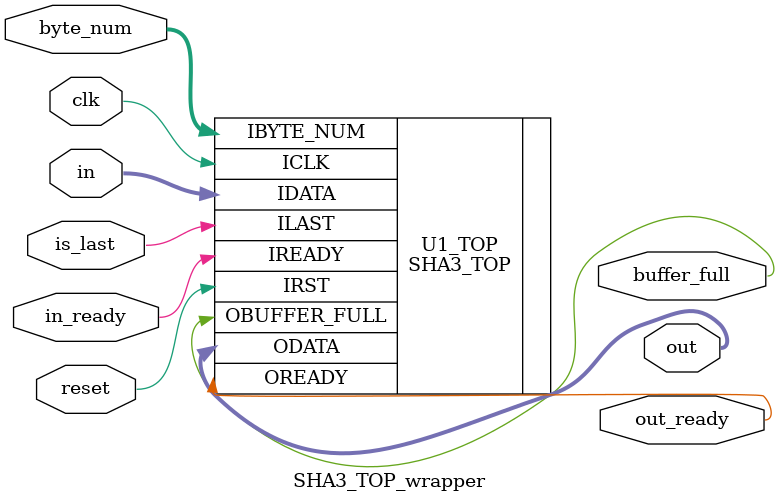
<source format=v>
module SHA3_TOP_wrapper (
	input			clk,
	input			reset,
	input	[63:0]	in,
	input			in_ready,
	input			is_last,
	input	[2:0]	byte_num,
	output			buffer_full,
	output	[511:0]	out,
	output			out_ready
);

SHA3_TOP U1_TOP (
	.ICLK			(clk),
	.IRST			(reset),
	.IDATA			(in),
	.IREADY			(in_ready),
	.ILAST			(is_last),
	.IBYTE_NUM		(byte_num),
	.OBUFFER_FULL	(buffer_full),
	.ODATA			(out),
	.OREADY			(out_ready)
);

endmodule

</source>
